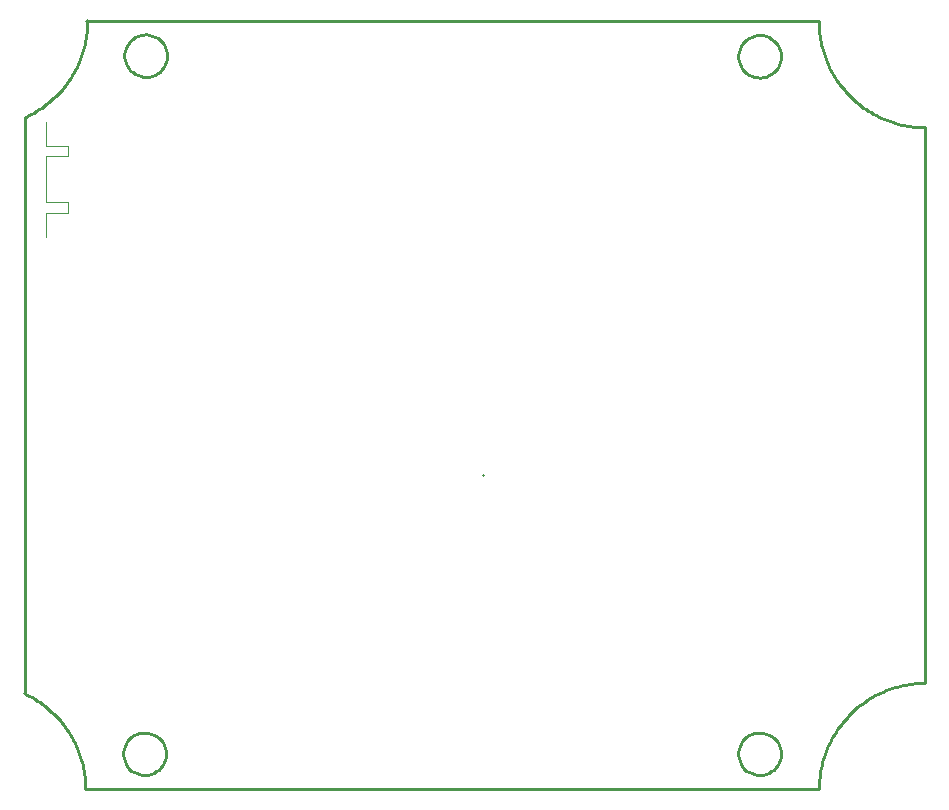
<source format=gm1>
G04 Layer_Color=16711935*
%FSLAX25Y25*%
%MOIN*%
G70*
G01*
G75*
%ADD101C,0.00000*%
%ADD105C,0.01000*%
D101*
X98721Y399114D02*
Y407382D01*
Y399114D02*
X106122D01*
Y395768D02*
Y399114D01*
X98721Y395768D02*
X106122D01*
X98721Y380413D02*
Y395768D01*
Y380413D02*
X106122D01*
Y377067D02*
Y380413D01*
X98721Y377067D02*
X106122D01*
X98721Y368799D02*
Y377067D01*
D105*
X343701Y429134D02*
X343632Y430120D01*
X343426Y431087D01*
X343088Y432016D01*
X342624Y432889D01*
X342043Y433689D01*
X341356Y434400D01*
X340577Y435009D01*
X339721Y435503D01*
X338804Y435874D01*
X337845Y436113D01*
X336861Y436216D01*
X335873Y436182D01*
X334900Y436010D01*
X333960Y435704D01*
X333071Y435271D01*
X332251Y434718D01*
X331517Y434057D01*
X330881Y433299D01*
X330357Y432461D01*
X329955Y431558D01*
X329682Y430607D01*
X329545Y429628D01*
Y428640D01*
X329682Y427661D01*
X329955Y426710D01*
X330357Y425807D01*
X330881Y424968D01*
X331517Y424211D01*
X332251Y423550D01*
X333071Y422997D01*
X333960Y422563D01*
X334900Y422258D01*
X335873Y422086D01*
X336861Y422052D01*
X337845Y422155D01*
X338804Y422394D01*
X339721Y422764D01*
X340577Y423259D01*
X341356Y423868D01*
X342043Y424579D01*
X342624Y425379D01*
X343088Y426252D01*
X343426Y427180D01*
X343632Y428148D01*
X343701Y429134D01*
X138701Y196653D02*
X138632Y197640D01*
X138426Y198607D01*
X138088Y199536D01*
X137624Y200409D01*
X137043Y201209D01*
X136356Y201920D01*
X135577Y202529D01*
X134721Y203023D01*
X133804Y203393D01*
X132845Y203632D01*
X131861Y203736D01*
X130873Y203701D01*
X129900Y203530D01*
X128960Y203224D01*
X128071Y202791D01*
X127251Y202238D01*
X126516Y201576D01*
X125881Y200819D01*
X125357Y199980D01*
X124955Y199077D01*
X124682Y198127D01*
X124545Y197148D01*
Y196159D01*
X124682Y195180D01*
X124955Y194230D01*
X125357Y193327D01*
X125881Y192488D01*
X126516Y191731D01*
X127251Y191069D01*
X128071Y190516D01*
X128960Y190083D01*
X129900Y189777D01*
X130873Y189606D01*
X131861Y189571D01*
X132845Y189675D01*
X133804Y189914D01*
X134721Y190284D01*
X135577Y190779D01*
X136356Y191387D01*
X137043Y192098D01*
X137624Y192898D01*
X138088Y193771D01*
X138426Y194700D01*
X138632Y195667D01*
X138701Y196653D01*
X343701D02*
X343632Y197640D01*
X343426Y198607D01*
X343088Y199536D01*
X342624Y200409D01*
X342043Y201209D01*
X341356Y201920D01*
X340577Y202529D01*
X339721Y203023D01*
X338804Y203393D01*
X337845Y203632D01*
X336861Y203736D01*
X335873Y203701D01*
X334900Y203530D01*
X333960Y203224D01*
X333071Y202791D01*
X332251Y202238D01*
X331517Y201576D01*
X330881Y200819D01*
X330357Y199980D01*
X329955Y199077D01*
X329682Y198127D01*
X329545Y197148D01*
Y196159D01*
X329682Y195180D01*
X329955Y194230D01*
X330357Y193327D01*
X330881Y192488D01*
X331517Y191731D01*
X332251Y191069D01*
X333071Y190516D01*
X333960Y190083D01*
X334900Y189777D01*
X335873Y189606D01*
X336861Y189571D01*
X337845Y189675D01*
X338804Y189914D01*
X339721Y190284D01*
X340577Y190779D01*
X341356Y191387D01*
X342043Y192098D01*
X342624Y192898D01*
X343088Y193771D01*
X343426Y194700D01*
X343632Y195667D01*
X343701Y196653D01*
X111890Y184843D02*
X111873Y185844D01*
X111828Y186844D01*
X111754Y187843D01*
X111652Y188839D01*
X111523Y189832D01*
X111365Y190820D01*
X111179Y191804D01*
X110966Y192783D01*
X110725Y193755D01*
X110457Y194719D01*
X110161Y195676D01*
X109839Y196624D01*
X109490Y197563D01*
X109114Y198491D01*
X108713Y199408D01*
X108286Y200314D01*
X107833Y201207D01*
X107355Y202087D01*
X106853Y202953D01*
X106326Y203805D01*
X105776Y204641D01*
X105202Y205462D01*
X104605Y206266D01*
X103986Y207052D01*
X103344Y207821D01*
X102681Y208572D01*
X101998Y209303D01*
X101294Y210015D01*
X100569Y210707D01*
X99826Y211378D01*
X99064Y212028D01*
X98284Y212656D01*
X97487Y213261D01*
X96673Y213844D01*
X95842Y214404D01*
X94997Y214940D01*
X94136Y215452D01*
X93261Y215939D01*
X92373Y216401D01*
X91472Y216838D01*
X92032Y408979D02*
X92941Y409414D01*
X93837Y409876D01*
X94720Y410363D01*
X95588Y410874D01*
X96441Y411411D01*
X97279Y411971D01*
X98101Y412555D01*
X98905Y413162D01*
X99692Y413791D01*
X100461Y414443D01*
X101211Y415116D01*
X101941Y415811D01*
X102652Y416526D01*
X103342Y417261D01*
X104010Y418015D01*
X104657Y418788D01*
X105282Y419579D01*
X105884Y420387D01*
X106462Y421212D01*
X107017Y422053D01*
X107548Y422910D01*
X108054Y423782D01*
X108536Y424667D01*
X108992Y425566D01*
X109422Y426478D01*
X109826Y427401D01*
X110203Y428335D01*
X110554Y429280D01*
X110878Y430235D01*
X111174Y431198D01*
X111444Y432169D01*
X111685Y433148D01*
X111898Y434133D01*
X112084Y435123D01*
X112241Y436119D01*
X112369Y437119D01*
X112469Y438122D01*
X112541Y439127D01*
X112584Y440134D01*
X112598Y441142D01*
X356299Y440945D02*
X356313Y439951D01*
X356355Y438958D01*
X356425Y437967D01*
X356522Y436978D01*
X356647Y435992D01*
X356800Y435010D01*
X356980Y434032D01*
X357188Y433060D01*
X357422Y432094D01*
X357684Y431136D01*
X357973Y430185D01*
X358288Y429242D01*
X358629Y428309D01*
X358996Y427385D01*
X359390Y426472D01*
X359808Y425571D01*
X360252Y424682D01*
X360720Y423805D01*
X361213Y422942D01*
X361730Y422093D01*
X362271Y421259D01*
X362835Y420441D01*
X363421Y419638D01*
X364030Y418853D01*
X364660Y418084D01*
X365312Y417334D01*
X365985Y416602D01*
X366677Y415890D01*
X367390Y415197D01*
X368122Y414524D01*
X368872Y413873D01*
X369640Y413242D01*
X370426Y412633D01*
X371228Y412047D01*
X372047Y411483D01*
X372881Y410943D01*
X373730Y410426D01*
X374593Y409933D01*
X375469Y409465D01*
X376359Y409021D01*
X377260Y408602D01*
X378173Y408209D01*
X379096Y407841D01*
X380030Y407500D01*
X380972Y407185D01*
X381923Y406897D01*
X382882Y406635D01*
X383848Y406400D01*
X384820Y406193D01*
X385797Y406012D01*
X386779Y405860D01*
X387765Y405735D01*
X388754Y405637D01*
X389746Y405568D01*
X390739Y405526D01*
X391732Y405512D01*
X391533Y220274D02*
X390527Y220252D01*
X389522Y220200D01*
X388518Y220120D01*
X387517Y220012D01*
X386520Y219875D01*
X385527Y219710D01*
X384540Y219517D01*
X383558Y219296D01*
X382582Y219047D01*
X381614Y218771D01*
X380655Y218467D01*
X379704Y218136D01*
X378764Y217778D01*
X377834Y217394D01*
X376915Y216983D01*
X376008Y216546D01*
X375114Y216084D01*
X374233Y215597D01*
X373366Y215085D01*
X372515Y214548D01*
X371679Y213987D01*
X370859Y213403D01*
X370057Y212796D01*
X369271Y212166D01*
X368505Y211514D01*
X367756Y210841D01*
X367028Y210147D01*
X366319Y209432D01*
X365631Y208698D01*
X364964Y207944D01*
X364318Y207171D01*
X363695Y206381D01*
X363095Y205573D01*
X362518Y204749D01*
X361964Y203908D01*
X361435Y203052D01*
X360930Y202181D01*
X360450Y201296D01*
X359995Y200399D01*
X359566Y199488D01*
X359163Y198566D01*
X358786Y197632D01*
X358436Y196689D01*
X358114Y195735D01*
X357818Y194773D01*
X357549Y193803D01*
X357309Y192826D01*
X357096Y191842D01*
X356911Y190853D01*
X356754Y189858D01*
X356626Y188860D01*
X356526Y187858D01*
X356455Y186855D01*
X356412Y185849D01*
X356398Y184843D01*
X139094Y429331D02*
X139025Y430317D01*
X138820Y431284D01*
X138482Y432213D01*
X138018Y433086D01*
X137436Y433886D01*
X136750Y434597D01*
X135971Y435206D01*
X135114Y435700D01*
X134198Y436070D01*
X133238Y436310D01*
X132255Y436413D01*
X131267Y436378D01*
X130294Y436207D01*
X129353Y435901D01*
X128465Y435468D01*
X127645Y434915D01*
X126910Y434254D01*
X126275Y433496D01*
X125751Y432658D01*
X125349Y431754D01*
X125076Y430804D01*
X124938Y429825D01*
Y428836D01*
X125076Y427857D01*
X125349Y426907D01*
X125751Y426004D01*
X126275Y425165D01*
X126910Y424408D01*
X127645Y423746D01*
X128465Y423194D01*
X129353Y422760D01*
X130294Y422455D01*
X131267Y422283D01*
X132255Y422248D01*
X133238Y422352D01*
X134198Y422591D01*
X135114Y422961D01*
X135971Y423456D01*
X136750Y424064D01*
X137436Y424776D01*
X138018Y425575D01*
X138482Y426448D01*
X138820Y427377D01*
X139025Y428344D01*
X139094Y429331D01*
X112205Y440945D02*
X356299D01*
X112106Y184843D02*
X356398D01*
X244291Y289469D02*
X244390Y289567D01*
X91831Y408858D02*
X91831Y217224D01*
X391732Y220274D02*
X391732Y405512D01*
M02*

</source>
